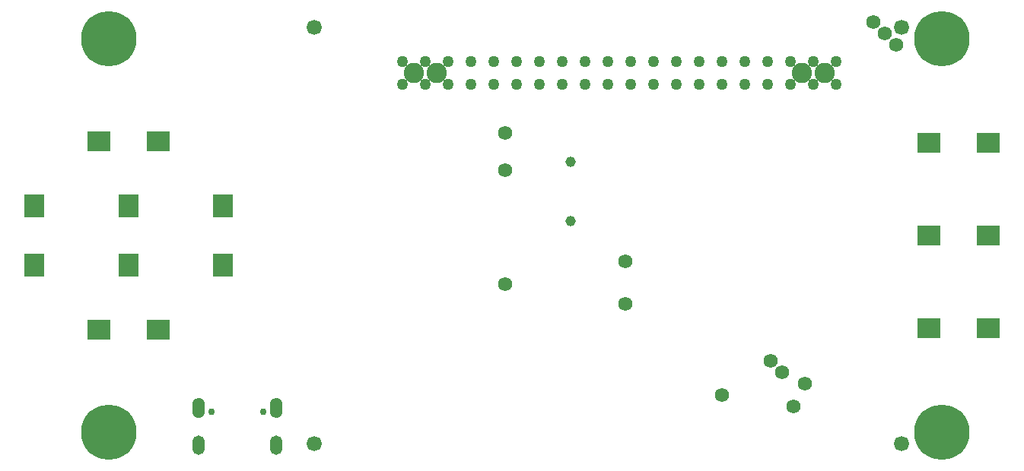
<source format=gbr>
G04 DesignSpark PCB Gerber Version 11.0 Build 5877*
G04 #@! TF.Part,Single*
G04 #@! TF.FileFunction,Soldermask,Top*
G04 #@! TF.FilePolarity,Negative*
%FSLAX35Y35*%
%MOIN*%
G04 #@! TA.AperFunction,ComponentPad*
%ADD109O,0.05354X0.08504*%
%ADD108O,0.05354X0.08898*%
G04 #@! TA.AperFunction,SMDPad,CuDef*
%ADD106R,0.08898X0.10079*%
G04 #@! TD.AperFunction*
%ADD83C,0.00100*%
G04 #@! TA.AperFunction,ComponentPad*
%ADD107C,0.02992*%
G04 #@! TA.AperFunction,WasherPad*
%ADD103C,0.04567*%
G04 #@! TA.AperFunction,ComponentPad*
%ADD110C,0.04961*%
G04 #@! TA.AperFunction,ViaPad*
%ADD102C,0.06220*%
G04 #@! TA.AperFunction,ComponentPad*
%ADD104C,0.06630*%
%ADD111C,0.08898*%
G04 #@! TA.AperFunction,SMDPad,CuDef*
%ADD105R,0.10079X0.08898*%
G04 #@! TA.AperFunction,WasherPad*
%ADD141C,0.24252*%
G04 #@! TD.AperFunction*
X0Y0D02*
D02*
D83*
X137691Y15530D02*
Y18680D01*
X137687Y18782D01*
X137679Y18884D01*
X137667Y18987D01*
X137648Y19089D01*
X137624Y19187D01*
X137596Y19290D01*
X137561Y19384D01*
X137522Y19479D01*
X137478Y19573D01*
X137427Y19664D01*
X137317Y19837D01*
X137254Y19920D01*
X137187Y19998D01*
X137116Y20073D01*
X137041Y20144D01*
X136963Y20211D01*
X136880Y20274D01*
X136707Y20384D01*
X136616Y20435D01*
X136522Y20479D01*
X136427Y20518D01*
X136333Y20554D01*
X136230Y20581D01*
X136132Y20605D01*
X136030Y20624D01*
X135927Y20636D01*
X135825Y20644D01*
X135722Y20648D01*
X135620Y20644D01*
X135518Y20636D01*
X135415Y20624D01*
X135313Y20605D01*
X135215Y20581D01*
X135112Y20554D01*
X135018Y20518D01*
X134923Y20479D01*
X134829Y20435D01*
X134738Y20384D01*
X134565Y20274D01*
X134482Y20211D01*
X134404Y20144D01*
X134329Y20073D01*
X134258Y19998D01*
X134191Y19920D01*
X134128Y19837D01*
X134018Y19664D01*
X133967Y19573D01*
X133923Y19479D01*
X133884Y19384D01*
X133848Y19290D01*
X133821Y19187D01*
X133797Y19089D01*
X133778Y18987D01*
X133766Y18884D01*
X133758Y18782D01*
X133754Y18680D01*
Y15530D01*
X133758Y15428D01*
X133766Y15325D01*
X133778Y15223D01*
X133797Y15120D01*
X133821Y15022D01*
X133848Y14920D01*
X133884Y14825D01*
X133923Y14731D01*
X133967Y14636D01*
X134018Y14546D01*
X134128Y14372D01*
X134191Y14290D01*
X134258Y14211D01*
X134329Y14136D01*
X134404Y14065D01*
X134482Y13998D01*
X134565Y13935D01*
X134738Y13825D01*
X134829Y13774D01*
X134923Y13731D01*
X135018Y13691D01*
X135112Y13656D01*
X135215Y13628D01*
X135313Y13605D01*
X135415Y13585D01*
X135518Y13573D01*
X135620Y13565D01*
X135722Y13561D01*
X135825Y13565D01*
X135927Y13573D01*
X136030Y13585D01*
X136132Y13605D01*
X136230Y13628D01*
X136333Y13656D01*
X136427Y13691D01*
X136522Y13731D01*
X136616Y13774D01*
X136707Y13825D01*
X136880Y13935D01*
X136963Y13998D01*
X137041Y14065D01*
X137116Y14136D01*
X137187Y14211D01*
X137254Y14290D01*
X137317Y14372D01*
X137427Y14546D01*
X137478Y14636D01*
X137522Y14731D01*
X137561Y14825D01*
X137596Y14920D01*
X137624Y15022D01*
X137648Y15120D01*
X137667Y15223D01*
X137679Y15325D01*
X137687Y15428D01*
X137691Y15530D01*
G36*
X137691Y15530D02*
Y18680D01*
X137687Y18782D01*
X137679Y18884D01*
X137667Y18987D01*
X137648Y19089D01*
X137624Y19187D01*
X137596Y19290D01*
X137561Y19384D01*
X137522Y19479D01*
X137478Y19573D01*
X137427Y19664D01*
X137317Y19837D01*
X137254Y19920D01*
X137187Y19998D01*
X137116Y20073D01*
X137041Y20144D01*
X136963Y20211D01*
X136880Y20274D01*
X136707Y20384D01*
X136616Y20435D01*
X136522Y20479D01*
X136427Y20518D01*
X136333Y20554D01*
X136230Y20581D01*
X136132Y20605D01*
X136030Y20624D01*
X135927Y20636D01*
X135825Y20644D01*
X135722Y20648D01*
X135620Y20644D01*
X135518Y20636D01*
X135415Y20624D01*
X135313Y20605D01*
X135215Y20581D01*
X135112Y20554D01*
X135018Y20518D01*
X134923Y20479D01*
X134829Y20435D01*
X134738Y20384D01*
X134565Y20274D01*
X134482Y20211D01*
X134404Y20144D01*
X134329Y20073D01*
X134258Y19998D01*
X134191Y19920D01*
X134128Y19837D01*
X134018Y19664D01*
X133967Y19573D01*
X133923Y19479D01*
X133884Y19384D01*
X133848Y19290D01*
X133821Y19187D01*
X133797Y19089D01*
X133778Y18987D01*
X133766Y18884D01*
X133758Y18782D01*
X133754Y18680D01*
Y15530D01*
X133758Y15428D01*
X133766Y15325D01*
X133778Y15223D01*
X133797Y15120D01*
X133821Y15022D01*
X133848Y14920D01*
X133884Y14825D01*
X133923Y14731D01*
X133967Y14636D01*
X134018Y14546D01*
X134128Y14372D01*
X134191Y14290D01*
X134258Y14211D01*
X134329Y14136D01*
X134404Y14065D01*
X134482Y13998D01*
X134565Y13935D01*
X134738Y13825D01*
X134829Y13774D01*
X134923Y13731D01*
X135018Y13691D01*
X135112Y13656D01*
X135215Y13628D01*
X135313Y13605D01*
X135415Y13585D01*
X135518Y13573D01*
X135620Y13565D01*
X135722Y13561D01*
X135825Y13565D01*
X135927Y13573D01*
X136030Y13585D01*
X136132Y13605D01*
X136230Y13628D01*
X136333Y13656D01*
X136427Y13691D01*
X136522Y13731D01*
X136616Y13774D01*
X136707Y13825D01*
X136880Y13935D01*
X136963Y13998D01*
X137041Y14065D01*
X137116Y14136D01*
X137187Y14211D01*
X137254Y14290D01*
X137317Y14372D01*
X137427Y14546D01*
X137478Y14636D01*
X137522Y14731D01*
X137561Y14825D01*
X137596Y14920D01*
X137624Y15022D01*
X137648Y15120D01*
X137667Y15223D01*
X137679Y15325D01*
X137687Y15428D01*
X137691Y15530D01*
G37*
Y31306D02*
Y35727D01*
X137687Y35845D01*
X137675Y35943D01*
X137663Y36046D01*
X137616Y36243D01*
X137585Y36341D01*
X137549Y36435D01*
X137510Y36530D01*
X137463Y36620D01*
X137411Y36711D01*
X137356Y36798D01*
X137297Y36880D01*
X137234Y36959D01*
X137167Y37038D01*
X137096Y37109D01*
X137022Y37180D01*
X136943Y37243D01*
X136860Y37306D01*
X136774Y37361D01*
X136687Y37412D01*
X136596Y37459D01*
X136502Y37502D01*
X136407Y37538D01*
X136313Y37569D01*
X136215Y37597D01*
X136112Y37620D01*
X136014Y37636D01*
X135911Y37648D01*
X135809Y37656D01*
X135722D01*
X135620Y37652D01*
X135518Y37644D01*
X135415Y37632D01*
X135313Y37613D01*
X135215Y37589D01*
X135112Y37561D01*
X135018Y37526D01*
X134923Y37487D01*
X134829Y37443D01*
X134738Y37392D01*
X134565Y37282D01*
X134482Y37219D01*
X134404Y37152D01*
X134329Y37081D01*
X134258Y37006D01*
X134191Y36928D01*
X134128Y36845D01*
X134018Y36672D01*
X133967Y36581D01*
X133923Y36487D01*
X133884Y36392D01*
X133848Y36298D01*
X133821Y36195D01*
X133797Y36097D01*
X133778Y35994D01*
X133766Y35892D01*
X133758Y35790D01*
X133754Y35687D01*
Y31357D01*
X133758Y31254D01*
X133766Y31152D01*
X133778Y31050D01*
X133797Y30947D01*
X133821Y30849D01*
X133848Y30746D01*
X133884Y30652D01*
X133923Y30557D01*
X133967Y30463D01*
X134018Y30372D01*
X134128Y30199D01*
X134191Y30117D01*
X134258Y30038D01*
X134329Y29963D01*
X134404Y29892D01*
X134482Y29825D01*
X134565Y29762D01*
X134738Y29652D01*
X134829Y29601D01*
X134923Y29557D01*
X135018Y29518D01*
X135112Y29483D01*
X135215Y29455D01*
X135313Y29431D01*
X135415Y29412D01*
X135518Y29400D01*
X135620Y29392D01*
X135722Y29388D01*
X135841Y29392D01*
X135947Y29404D01*
X136049Y29420D01*
X136152Y29439D01*
X136348Y29494D01*
X136447Y29534D01*
X136541Y29573D01*
X136636Y29620D01*
X136726Y29672D01*
X136813Y29727D01*
X136900Y29790D01*
X136982Y29853D01*
X137132Y29994D01*
X137203Y30073D01*
X137270Y30152D01*
X137333Y30235D01*
X137388Y30321D01*
X137443Y30412D01*
X137490Y30506D01*
X137533Y30601D01*
X137573Y30695D01*
X137604Y30794D01*
X137632Y30896D01*
X137656Y30998D01*
X137671Y31101D01*
X137683Y31203D01*
X137691Y31306D01*
G36*
X137691Y31306D02*
Y35727D01*
X137687Y35845D01*
X137675Y35943D01*
X137663Y36046D01*
X137616Y36243D01*
X137585Y36341D01*
X137549Y36435D01*
X137510Y36530D01*
X137463Y36620D01*
X137411Y36711D01*
X137356Y36798D01*
X137297Y36880D01*
X137234Y36959D01*
X137167Y37038D01*
X137096Y37109D01*
X137022Y37180D01*
X136943Y37243D01*
X136860Y37306D01*
X136774Y37361D01*
X136687Y37412D01*
X136596Y37459D01*
X136502Y37502D01*
X136407Y37538D01*
X136313Y37569D01*
X136215Y37597D01*
X136112Y37620D01*
X136014Y37636D01*
X135911Y37648D01*
X135809Y37656D01*
X135722D01*
X135620Y37652D01*
X135518Y37644D01*
X135415Y37632D01*
X135313Y37613D01*
X135215Y37589D01*
X135112Y37561D01*
X135018Y37526D01*
X134923Y37487D01*
X134829Y37443D01*
X134738Y37392D01*
X134565Y37282D01*
X134482Y37219D01*
X134404Y37152D01*
X134329Y37081D01*
X134258Y37006D01*
X134191Y36928D01*
X134128Y36845D01*
X134018Y36672D01*
X133967Y36581D01*
X133923Y36487D01*
X133884Y36392D01*
X133848Y36298D01*
X133821Y36195D01*
X133797Y36097D01*
X133778Y35994D01*
X133766Y35892D01*
X133758Y35790D01*
X133754Y35687D01*
Y31357D01*
X133758Y31254D01*
X133766Y31152D01*
X133778Y31050D01*
X133797Y30947D01*
X133821Y30849D01*
X133848Y30746D01*
X133884Y30652D01*
X133923Y30557D01*
X133967Y30463D01*
X134018Y30372D01*
X134128Y30199D01*
X134191Y30117D01*
X134258Y30038D01*
X134329Y29963D01*
X134404Y29892D01*
X134482Y29825D01*
X134565Y29762D01*
X134738Y29652D01*
X134829Y29601D01*
X134923Y29557D01*
X135018Y29518D01*
X135112Y29483D01*
X135215Y29455D01*
X135313Y29431D01*
X135415Y29412D01*
X135518Y29400D01*
X135620Y29392D01*
X135722Y29388D01*
X135841Y29392D01*
X135947Y29404D01*
X136049Y29420D01*
X136152Y29439D01*
X136348Y29494D01*
X136447Y29534D01*
X136541Y29573D01*
X136636Y29620D01*
X136726Y29672D01*
X136813Y29727D01*
X136900Y29790D01*
X136982Y29853D01*
X137132Y29994D01*
X137203Y30073D01*
X137270Y30152D01*
X137333Y30235D01*
X137388Y30321D01*
X137443Y30412D01*
X137490Y30506D01*
X137533Y30601D01*
X137573Y30695D01*
X137604Y30794D01*
X137632Y30896D01*
X137656Y30998D01*
X137671Y31101D01*
X137683Y31203D01*
X137691Y31306D01*
G37*
X171746Y15530D02*
Y18680D01*
X171742Y18782D01*
X171734Y18884D01*
X171722Y18987D01*
X171703Y19089D01*
X171679Y19187D01*
X171652Y19290D01*
X171616Y19384D01*
X171577Y19479D01*
X171533Y19573D01*
X171482Y19664D01*
X171372Y19837D01*
X171309Y19920D01*
X171242Y19998D01*
X171171Y20073D01*
X171096Y20144D01*
X171018Y20211D01*
X170935Y20274D01*
X170762Y20384D01*
X170671Y20435D01*
X170577Y20479D01*
X170482Y20518D01*
X170388Y20554D01*
X170285Y20581D01*
X170187Y20605D01*
X170085Y20624D01*
X169982Y20636D01*
X169880Y20644D01*
X169778Y20648D01*
X169675Y20644D01*
X169573Y20636D01*
X169470Y20624D01*
X169368Y20605D01*
X169270Y20581D01*
X169167Y20554D01*
X169073Y20518D01*
X168978Y20479D01*
X168884Y20435D01*
X168793Y20384D01*
X168620Y20274D01*
X168537Y20211D01*
X168459Y20144D01*
X168384Y20073D01*
X168313Y19998D01*
X168246Y19920D01*
X168183Y19837D01*
X168073Y19664D01*
X168022Y19573D01*
X167978Y19479D01*
X167939Y19384D01*
X167904Y19290D01*
X167876Y19187D01*
X167852Y19089D01*
X167833Y18987D01*
X167821Y18884D01*
X167813Y18782D01*
X167809Y18680D01*
Y15530D01*
X167813Y15428D01*
X167821Y15325D01*
X167833Y15223D01*
X167852Y15120D01*
X167876Y15022D01*
X167904Y14920D01*
X167939Y14825D01*
X167978Y14731D01*
X168022Y14636D01*
X168073Y14546D01*
X168183Y14372D01*
X168246Y14290D01*
X168313Y14211D01*
X168384Y14136D01*
X168459Y14065D01*
X168537Y13998D01*
X168620Y13935D01*
X168793Y13825D01*
X168884Y13774D01*
X168978Y13731D01*
X169073Y13691D01*
X169167Y13656D01*
X169270Y13628D01*
X169368Y13605D01*
X169470Y13585D01*
X169573Y13573D01*
X169675Y13565D01*
X169778Y13561D01*
X169880Y13565D01*
X169982Y13573D01*
X170085Y13585D01*
X170187Y13605D01*
X170285Y13628D01*
X170388Y13656D01*
X170482Y13691D01*
X170577Y13731D01*
X170671Y13774D01*
X170762Y13825D01*
X170935Y13935D01*
X171018Y13998D01*
X171096Y14065D01*
X171171Y14136D01*
X171242Y14211D01*
X171309Y14290D01*
X171372Y14372D01*
X171482Y14546D01*
X171533Y14636D01*
X171577Y14731D01*
X171616Y14825D01*
X171652Y14920D01*
X171679Y15022D01*
X171703Y15120D01*
X171722Y15223D01*
X171734Y15325D01*
X171742Y15428D01*
X171746Y15530D01*
G36*
X171746Y15530D02*
Y18680D01*
X171742Y18782D01*
X171734Y18884D01*
X171722Y18987D01*
X171703Y19089D01*
X171679Y19187D01*
X171652Y19290D01*
X171616Y19384D01*
X171577Y19479D01*
X171533Y19573D01*
X171482Y19664D01*
X171372Y19837D01*
X171309Y19920D01*
X171242Y19998D01*
X171171Y20073D01*
X171096Y20144D01*
X171018Y20211D01*
X170935Y20274D01*
X170762Y20384D01*
X170671Y20435D01*
X170577Y20479D01*
X170482Y20518D01*
X170388Y20554D01*
X170285Y20581D01*
X170187Y20605D01*
X170085Y20624D01*
X169982Y20636D01*
X169880Y20644D01*
X169778Y20648D01*
X169675Y20644D01*
X169573Y20636D01*
X169470Y20624D01*
X169368Y20605D01*
X169270Y20581D01*
X169167Y20554D01*
X169073Y20518D01*
X168978Y20479D01*
X168884Y20435D01*
X168793Y20384D01*
X168620Y20274D01*
X168537Y20211D01*
X168459Y20144D01*
X168384Y20073D01*
X168313Y19998D01*
X168246Y19920D01*
X168183Y19837D01*
X168073Y19664D01*
X168022Y19573D01*
X167978Y19479D01*
X167939Y19384D01*
X167904Y19290D01*
X167876Y19187D01*
X167852Y19089D01*
X167833Y18987D01*
X167821Y18884D01*
X167813Y18782D01*
X167809Y18680D01*
Y15530D01*
X167813Y15428D01*
X167821Y15325D01*
X167833Y15223D01*
X167852Y15120D01*
X167876Y15022D01*
X167904Y14920D01*
X167939Y14825D01*
X167978Y14731D01*
X168022Y14636D01*
X168073Y14546D01*
X168183Y14372D01*
X168246Y14290D01*
X168313Y14211D01*
X168384Y14136D01*
X168459Y14065D01*
X168537Y13998D01*
X168620Y13935D01*
X168793Y13825D01*
X168884Y13774D01*
X168978Y13731D01*
X169073Y13691D01*
X169167Y13656D01*
X169270Y13628D01*
X169368Y13605D01*
X169470Y13585D01*
X169573Y13573D01*
X169675Y13565D01*
X169778Y13561D01*
X169880Y13565D01*
X169982Y13573D01*
X170085Y13585D01*
X170187Y13605D01*
X170285Y13628D01*
X170388Y13656D01*
X170482Y13691D01*
X170577Y13731D01*
X170671Y13774D01*
X170762Y13825D01*
X170935Y13935D01*
X171018Y13998D01*
X171096Y14065D01*
X171171Y14136D01*
X171242Y14211D01*
X171309Y14290D01*
X171372Y14372D01*
X171482Y14546D01*
X171533Y14636D01*
X171577Y14731D01*
X171616Y14825D01*
X171652Y14920D01*
X171679Y15022D01*
X171703Y15120D01*
X171722Y15223D01*
X171734Y15325D01*
X171742Y15428D01*
X171746Y15530D01*
G37*
Y31357D02*
Y35687D01*
X171742Y35790D01*
X171734Y35892D01*
X171722Y35994D01*
X171703Y36097D01*
X171679Y36195D01*
X171652Y36298D01*
X171616Y36392D01*
X171577Y36487D01*
X171533Y36581D01*
X171482Y36672D01*
X171372Y36845D01*
X171309Y36928D01*
X171242Y37006D01*
X171171Y37081D01*
X171096Y37152D01*
X171018Y37219D01*
X170935Y37282D01*
X170762Y37392D01*
X170671Y37443D01*
X170577Y37487D01*
X170482Y37526D01*
X170388Y37561D01*
X170285Y37589D01*
X170187Y37613D01*
X170085Y37632D01*
X169982Y37644D01*
X169880Y37652D01*
X169778Y37656D01*
X169675Y37652D01*
X169573Y37644D01*
X169470Y37632D01*
X169368Y37613D01*
X169270Y37589D01*
X169167Y37561D01*
X169073Y37526D01*
X168978Y37487D01*
X168884Y37443D01*
X168793Y37392D01*
X168620Y37282D01*
X168537Y37219D01*
X168459Y37152D01*
X168384Y37081D01*
X168313Y37006D01*
X168246Y36928D01*
X168183Y36845D01*
X168073Y36672D01*
X168022Y36581D01*
X167978Y36487D01*
X167939Y36392D01*
X167904Y36298D01*
X167876Y36195D01*
X167852Y36097D01*
X167833Y35994D01*
X167821Y35892D01*
X167813Y35790D01*
X167809Y35687D01*
Y31357D01*
X167813Y31254D01*
X167821Y31152D01*
X167833Y31050D01*
X167852Y30947D01*
X167876Y30849D01*
X167904Y30746D01*
X167939Y30652D01*
X167978Y30557D01*
X168022Y30463D01*
X168073Y30372D01*
X168183Y30199D01*
X168246Y30117D01*
X168313Y30038D01*
X168384Y29963D01*
X168459Y29892D01*
X168537Y29825D01*
X168620Y29762D01*
X168793Y29652D01*
X168884Y29601D01*
X168978Y29557D01*
X169073Y29518D01*
X169167Y29483D01*
X169270Y29455D01*
X169368Y29431D01*
X169470Y29412D01*
X169573Y29400D01*
X169675Y29392D01*
X169778Y29388D01*
X169880Y29392D01*
X169982Y29400D01*
X170085Y29412D01*
X170187Y29431D01*
X170285Y29455D01*
X170388Y29483D01*
X170482Y29518D01*
X170577Y29557D01*
X170671Y29601D01*
X170762Y29652D01*
X170935Y29762D01*
X171018Y29825D01*
X171096Y29892D01*
X171171Y29963D01*
X171242Y30038D01*
X171309Y30117D01*
X171372Y30199D01*
X171482Y30372D01*
X171533Y30463D01*
X171577Y30557D01*
X171616Y30652D01*
X171652Y30746D01*
X171679Y30849D01*
X171703Y30947D01*
X171722Y31050D01*
X171734Y31152D01*
X171742Y31254D01*
X171746Y31357D01*
G36*
X171746Y31357D02*
Y35687D01*
X171742Y35790D01*
X171734Y35892D01*
X171722Y35994D01*
X171703Y36097D01*
X171679Y36195D01*
X171652Y36298D01*
X171616Y36392D01*
X171577Y36487D01*
X171533Y36581D01*
X171482Y36672D01*
X171372Y36845D01*
X171309Y36928D01*
X171242Y37006D01*
X171171Y37081D01*
X171096Y37152D01*
X171018Y37219D01*
X170935Y37282D01*
X170762Y37392D01*
X170671Y37443D01*
X170577Y37487D01*
X170482Y37526D01*
X170388Y37561D01*
X170285Y37589D01*
X170187Y37613D01*
X170085Y37632D01*
X169982Y37644D01*
X169880Y37652D01*
X169778Y37656D01*
X169675Y37652D01*
X169573Y37644D01*
X169470Y37632D01*
X169368Y37613D01*
X169270Y37589D01*
X169167Y37561D01*
X169073Y37526D01*
X168978Y37487D01*
X168884Y37443D01*
X168793Y37392D01*
X168620Y37282D01*
X168537Y37219D01*
X168459Y37152D01*
X168384Y37081D01*
X168313Y37006D01*
X168246Y36928D01*
X168183Y36845D01*
X168073Y36672D01*
X168022Y36581D01*
X167978Y36487D01*
X167939Y36392D01*
X167904Y36298D01*
X167876Y36195D01*
X167852Y36097D01*
X167833Y35994D01*
X167821Y35892D01*
X167813Y35790D01*
X167809Y35687D01*
Y31357D01*
X167813Y31254D01*
X167821Y31152D01*
X167833Y31050D01*
X167852Y30947D01*
X167876Y30849D01*
X167904Y30746D01*
X167939Y30652D01*
X167978Y30557D01*
X168022Y30463D01*
X168073Y30372D01*
X168183Y30199D01*
X168246Y30117D01*
X168313Y30038D01*
X168384Y29963D01*
X168459Y29892D01*
X168537Y29825D01*
X168620Y29762D01*
X168793Y29652D01*
X168884Y29601D01*
X168978Y29557D01*
X169073Y29518D01*
X169167Y29483D01*
X169270Y29455D01*
X169368Y29431D01*
X169470Y29412D01*
X169573Y29400D01*
X169675Y29392D01*
X169778Y29388D01*
X169880Y29392D01*
X169982Y29400D01*
X170085Y29412D01*
X170187Y29431D01*
X170285Y29455D01*
X170388Y29483D01*
X170482Y29518D01*
X170577Y29557D01*
X170671Y29601D01*
X170762Y29652D01*
X170935Y29762D01*
X171018Y29825D01*
X171096Y29892D01*
X171171Y29963D01*
X171242Y30038D01*
X171309Y30117D01*
X171372Y30199D01*
X171482Y30372D01*
X171533Y30463D01*
X171577Y30557D01*
X171616Y30652D01*
X171652Y30746D01*
X171679Y30849D01*
X171703Y30947D01*
X171722Y31050D01*
X171734Y31152D01*
X171742Y31254D01*
X171746Y31357D01*
G37*
D02*
D102*
X270250Y87750D03*
Y137750D03*
Y154000D03*
X322750Y79000D03*
Y97750D03*
X365250Y39000D03*
X386500Y54000D03*
X391500Y49000D03*
X396500Y34000D03*
X401500Y44000D03*
X431500Y202750D03*
X436500Y197750D03*
X441500Y192750D03*
D02*
D103*
X299000Y115250D03*
Y141500D03*
D02*
D104*
X186500Y17715D03*
Y200215D03*
X444000Y17715D03*
Y200215D03*
D02*
D105*
X92258Y67750D03*
Y150250D03*
X118242Y67750D03*
Y150250D03*
X456008Y68383D03*
Y108982D03*
Y149607D03*
X481992Y68383D03*
Y108982D03*
Y149607D03*
D02*
D106*
X64000Y96008D03*
Y121992D03*
X105250Y96008D03*
Y121992D03*
X146500Y96008D03*
Y121992D03*
D02*
D107*
X141372Y31593D03*
X164128D03*
D02*
D108*
X135722Y33522D03*
X169778D03*
D02*
D109*
X135722Y17105D03*
X169778D03*
D02*
D110*
X225250Y175250D03*
Y185250D03*
X235250Y175250D03*
Y185250D03*
X245250Y175250D03*
Y185250D03*
X255250Y175250D03*
Y185250D03*
X265250Y175250D03*
Y185250D03*
X275250Y175250D03*
Y185250D03*
X285250Y175250D03*
Y185250D03*
X295250Y175250D03*
Y185250D03*
X305250Y175250D03*
Y185250D03*
X315250Y175250D03*
Y185250D03*
X325250Y175250D03*
Y185250D03*
X335250Y175250D03*
Y185250D03*
X345250Y175250D03*
Y185250D03*
X355250Y175250D03*
Y185250D03*
X365250Y175250D03*
Y185250D03*
X375250Y175250D03*
Y185250D03*
X385250Y175250D03*
Y185250D03*
X395250Y175250D03*
Y185250D03*
X405250Y175250D03*
Y185250D03*
X415250Y175250D03*
Y185250D03*
D02*
D111*
X230250Y180250D03*
X240250D03*
X400250D03*
X410250D03*
D02*
D141*
X96500Y22750D03*
Y195250D03*
X461500Y22750D03*
Y195250D03*
X0Y0D02*
M02*

</source>
